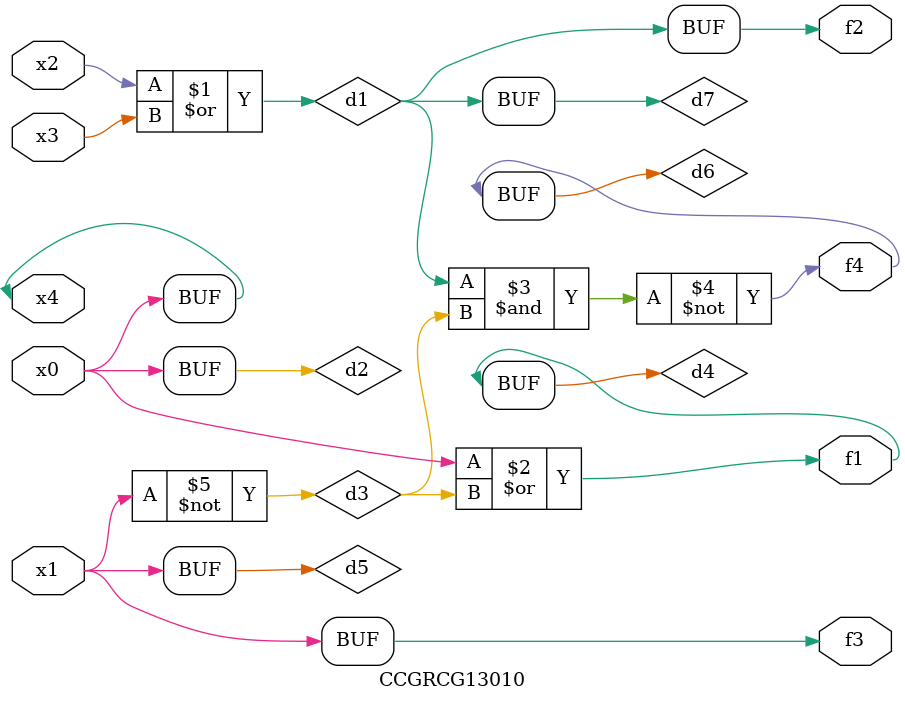
<source format=v>
module CCGRCG13010(
	input x0, x1, x2, x3, x4,
	output f1, f2, f3, f4
);

	wire d1, d2, d3, d4, d5, d6, d7;

	or (d1, x2, x3);
	buf (d2, x0, x4);
	not (d3, x1);
	or (d4, d2, d3);
	not (d5, d3);
	nand (d6, d1, d3);
	or (d7, d1);
	assign f1 = d4;
	assign f2 = d7;
	assign f3 = d5;
	assign f4 = d6;
endmodule

</source>
